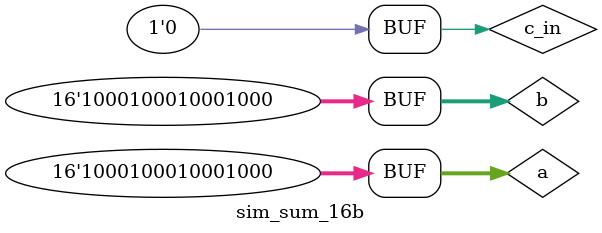
<source format=v>
`timescale 1ns / 1ps


module sim_sum_16b();
    reg[15:0] a, b;
    reg c_in;
    wire[15:0] sum;
    wire c_out;

    sum_16b sumator(a, b, c_in, sum, c_out);
    
    initial begin
        a = 16'b1000100010001000; b = 16'b1000100010001000;
        c_in = 0;
    end
    
endmodule

</source>
